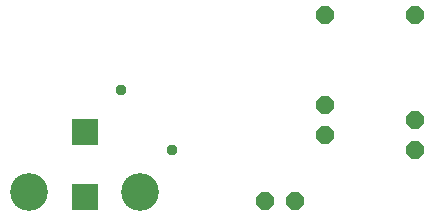
<source format=gbs>
G75*
%MOIN*%
%OFA0B0*%
%FSLAX25Y25*%
%IPPOS*%
%LPD*%
%AMOC8*
5,1,8,0,0,1.08239X$1,22.5*
%
%ADD10OC8,0.06000*%
%ADD11R,0.09068X0.09068*%
%ADD12C,0.12611*%
%ADD13C,0.03778*%
D10*
X0092000Y0035000D03*
X0102000Y0035000D03*
X0112000Y0057000D03*
X0112000Y0067000D03*
X0142000Y0062000D03*
X0142000Y0052000D03*
X0142000Y0097000D03*
X0112000Y0097000D03*
D11*
X0032000Y0036173D03*
X0032000Y0057827D03*
D12*
X0013496Y0037984D03*
X0050504Y0037984D03*
D13*
X0061000Y0052000D03*
X0044000Y0072000D03*
M02*

</source>
